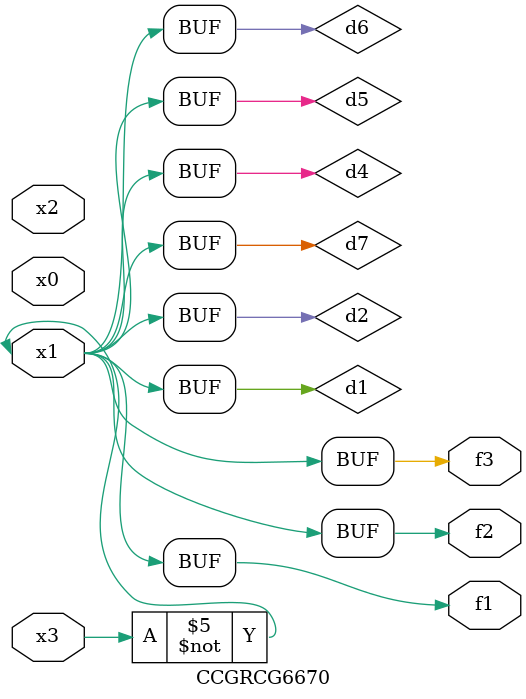
<source format=v>
module CCGRCG6670(
	input x0, x1, x2, x3,
	output f1, f2, f3
);

	wire d1, d2, d3, d4, d5, d6, d7;

	not (d1, x3);
	buf (d2, x1);
	xnor (d3, d1, d2);
	nor (d4, d1);
	buf (d5, d1, d2);
	buf (d6, d4, d5);
	nand (d7, d4);
	assign f1 = d6;
	assign f2 = d7;
	assign f3 = d6;
endmodule

</source>
